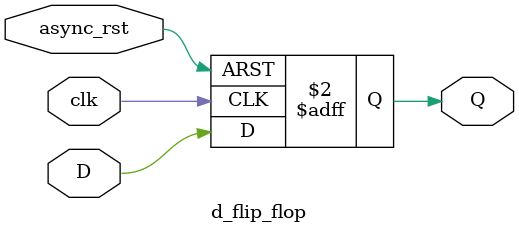
<source format=v>
`timescale 1ns / 1ps


// 1-bit D-Flip Flop
module d_flip_flop(Q, D, clk, async_rst);
	input D; 			  // Data input 
	input clk;		     // clock  
	input async_rst;    // asynchronous reset 
	output reg Q;       // output Q 

	always @(posedge clk or posedge async_rst) 
		begin
			if(async_rst)		// reset: setting the bit to '0'
				Q <= 1'b0; 
			else 
				Q <= D; 
		end 
endmodule 

</source>
